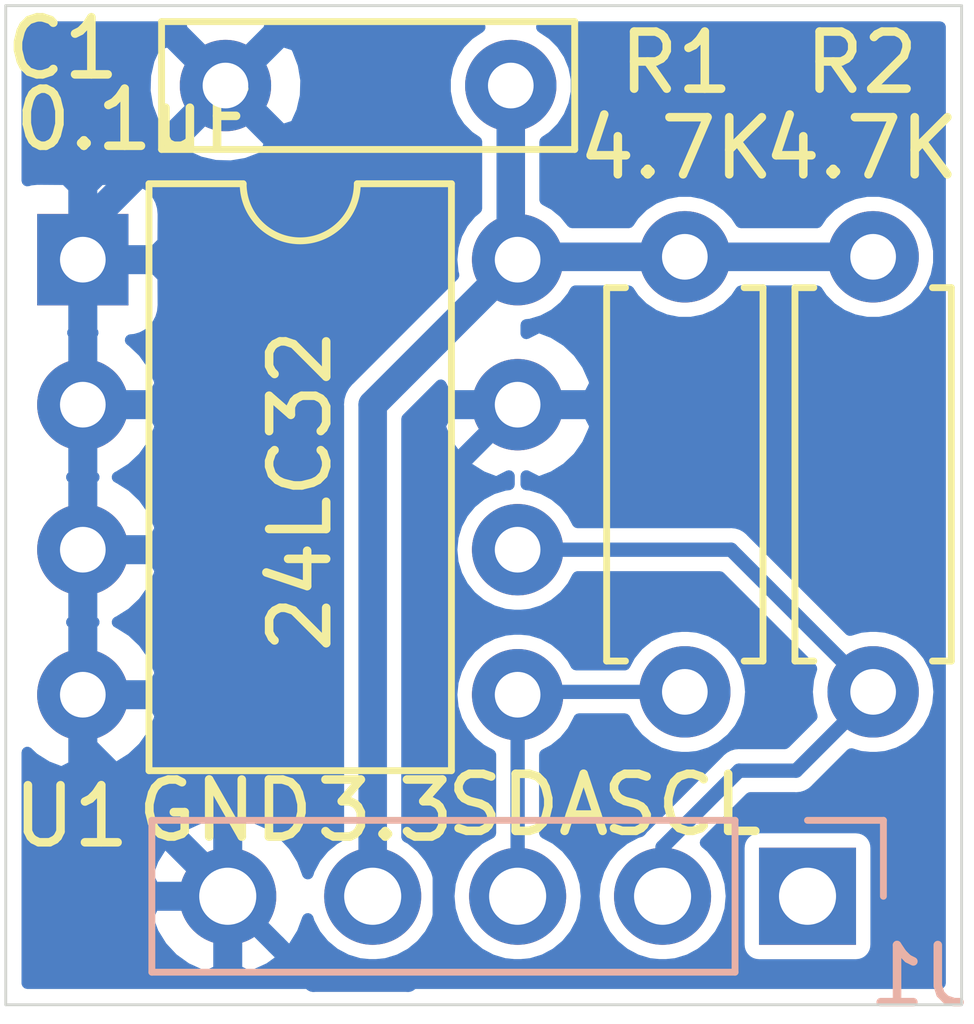
<source format=kicad_pcb>
(kicad_pcb (version 20171130) (host pcbnew "(5.1.4)-1")

  (general
    (thickness 1.6)
    (drawings 8)
    (tracks 37)
    (zones 0)
    (modules 5)
    (nets 6)
  )

  (page A4)
  (layers
    (0 F.Cu signal)
    (31 B.Cu signal)
    (32 B.Adhes user)
    (33 F.Adhes user)
    (34 B.Paste user)
    (35 F.Paste user)
    (36 B.SilkS user)
    (37 F.SilkS user)
    (38 B.Mask user)
    (39 F.Mask user)
    (40 Dwgs.User user)
    (41 Cmts.User user)
    (42 Eco1.User user)
    (43 Eco2.User user)
    (44 Edge.Cuts user)
    (45 Margin user)
    (46 B.CrtYd user)
    (47 F.CrtYd user)
    (48 B.Fab user)
    (49 F.Fab user)
  )

  (setup
    (last_trace_width 0.25)
    (trace_clearance 0.2)
    (zone_clearance 0.2508)
    (zone_45_only no)
    (trace_min 0.2)
    (via_size 0.8)
    (via_drill 0.4)
    (via_min_size 0.4)
    (via_min_drill 0.3)
    (uvia_size 0.3)
    (uvia_drill 0.1)
    (uvias_allowed no)
    (uvia_min_size 0.2)
    (uvia_min_drill 0.1)
    (edge_width 0.05)
    (segment_width 0.2)
    (pcb_text_width 0.3)
    (pcb_text_size 1.5 1.5)
    (mod_edge_width 0.12)
    (mod_text_size 1 1)
    (mod_text_width 0.15)
    (pad_size 1.524 1.524)
    (pad_drill 0.762)
    (pad_to_mask_clearance 0.051)
    (solder_mask_min_width 0.25)
    (aux_axis_origin 0 0)
    (visible_elements 7FFFFFFF)
    (pcbplotparams
      (layerselection 0x010fc_ffffffff)
      (usegerberextensions false)
      (usegerberattributes false)
      (usegerberadvancedattributes false)
      (creategerberjobfile false)
      (excludeedgelayer true)
      (linewidth 0.100000)
      (plotframeref false)
      (viasonmask false)
      (mode 1)
      (useauxorigin false)
      (hpglpennumber 1)
      (hpglpenspeed 20)
      (hpglpendiameter 15.000000)
      (psnegative false)
      (psa4output false)
      (plotreference true)
      (plotvalue true)
      (plotinvisibletext false)
      (padsonsilk false)
      (subtractmaskfromsilk false)
      (outputformat 1)
      (mirror false)
      (drillshape 0)
      (scaleselection 1)
      (outputdirectory "gerber"))
  )

  (net 0 "")
  (net 1 GND)
  (net 2 +3V3)
  (net 3 "Net-(J1-Pad1)")
  (net 4 /SDA)
  (net 5 /SCL)

  (net_class Default "This is the default net class."
    (clearance 0.2)
    (trace_width 0.25)
    (via_dia 0.8)
    (via_drill 0.4)
    (uvia_dia 0.3)
    (uvia_drill 0.1)
    (add_net /SCL)
    (add_net /SDA)
    (add_net "Net-(J1-Pad1)")
  )

  (net_class 3.3v ""
    (clearance 0.2)
    (trace_width 0.5)
    (via_dia 0.8)
    (via_drill 0.4)
    (uvia_dia 0.3)
    (uvia_drill 0.1)
    (add_net +3V3)
    (add_net GND)
  )

  (module Capacitor_THT:C_Rect_L7.0mm_W2.0mm_P5.00mm (layer F.Cu) (tedit 5AE50EF0) (tstamp 5D92AB69)
    (at 159.1 81.9 180)
    (descr "C, Rect series, Radial, pin pitch=5.00mm, , length*width=7*2mm^2, Capacitor")
    (tags "C Rect series Radial pin pitch 5.00mm  length 7mm width 2mm Capacitor")
    (path /5D92FD0A)
    (fp_text reference C1 (at 7.85 0.65) (layer F.SilkS)
      (effects (font (size 1 1) (thickness 0.15)))
    )
    (fp_text value 0.1uF (at 6.6 -0.6) (layer F.SilkS)
      (effects (font (size 1 1) (thickness 0.15)))
    )
    (fp_text user %R (at 2.5 0) (layer F.Fab)
      (effects (font (size 1 1) (thickness 0.15)))
    )
    (fp_line (start 6.25 -1.25) (end -1.25 -1.25) (layer F.CrtYd) (width 0.05))
    (fp_line (start 6.25 1.25) (end 6.25 -1.25) (layer F.CrtYd) (width 0.05))
    (fp_line (start -1.25 1.25) (end 6.25 1.25) (layer F.CrtYd) (width 0.05))
    (fp_line (start -1.25 -1.25) (end -1.25 1.25) (layer F.CrtYd) (width 0.05))
    (fp_line (start 6.12 -1.12) (end 6.12 1.12) (layer F.SilkS) (width 0.12))
    (fp_line (start -1.12 -1.12) (end -1.12 1.12) (layer F.SilkS) (width 0.12))
    (fp_line (start -1.12 1.12) (end 6.12 1.12) (layer F.SilkS) (width 0.12))
    (fp_line (start -1.12 -1.12) (end 6.12 -1.12) (layer F.SilkS) (width 0.12))
    (fp_line (start 6 -1) (end -1 -1) (layer F.Fab) (width 0.1))
    (fp_line (start 6 1) (end 6 -1) (layer F.Fab) (width 0.1))
    (fp_line (start -1 1) (end 6 1) (layer F.Fab) (width 0.1))
    (fp_line (start -1 -1) (end -1 1) (layer F.Fab) (width 0.1))
    (pad 2 thru_hole circle (at 5 0 180) (size 1.6 1.6) (drill 0.8) (layers *.Cu *.Mask)
      (net 1 GND))
    (pad 1 thru_hole circle (at 0 0 180) (size 1.6 1.6) (drill 0.8) (layers *.Cu *.Mask)
      (net 2 +3V3))
    (model ${KISYS3DMOD}/Capacitor_THT.3dshapes/C_Rect_L7.0mm_W2.0mm_P5.00mm.wrl
      (at (xyz 0 0 0))
      (scale (xyz 1 1 1))
      (rotate (xyz 0 0 0))
    )
  )

  (module Package_DIP:DIP-8_W7.62mm (layer F.Cu) (tedit 5A02E8C5) (tstamp 5D92A858)
    (at 151.6 84.95)
    (descr "8-lead though-hole mounted DIP package, row spacing 7.62 mm (300 mils)")
    (tags "THT DIP DIL PDIP 2.54mm 7.62mm 300mil")
    (path /5D9250AB)
    (fp_text reference U1 (at -0.2 9.75) (layer F.SilkS)
      (effects (font (size 1 1) (thickness 0.15)))
    )
    (fp_text value 24LC32 (at 3.81 4.05 90) (layer F.SilkS)
      (effects (font (size 1 1) (thickness 0.15)))
    )
    (fp_text user %R (at 3.81 3.81) (layer F.Fab)
      (effects (font (size 1 1) (thickness 0.15)))
    )
    (fp_line (start 8.7 -1.55) (end -1.1 -1.55) (layer F.CrtYd) (width 0.05))
    (fp_line (start 8.7 9.15) (end 8.7 -1.55) (layer F.CrtYd) (width 0.05))
    (fp_line (start -1.1 9.15) (end 8.7 9.15) (layer F.CrtYd) (width 0.05))
    (fp_line (start -1.1 -1.55) (end -1.1 9.15) (layer F.CrtYd) (width 0.05))
    (fp_line (start 6.46 -1.33) (end 4.81 -1.33) (layer F.SilkS) (width 0.12))
    (fp_line (start 6.46 8.95) (end 6.46 -1.33) (layer F.SilkS) (width 0.12))
    (fp_line (start 1.16 8.95) (end 6.46 8.95) (layer F.SilkS) (width 0.12))
    (fp_line (start 1.16 -1.33) (end 1.16 8.95) (layer F.SilkS) (width 0.12))
    (fp_line (start 2.81 -1.33) (end 1.16 -1.33) (layer F.SilkS) (width 0.12))
    (fp_line (start 0.635 -0.27) (end 1.635 -1.27) (layer F.Fab) (width 0.1))
    (fp_line (start 0.635 8.89) (end 0.635 -0.27) (layer F.Fab) (width 0.1))
    (fp_line (start 6.985 8.89) (end 0.635 8.89) (layer F.Fab) (width 0.1))
    (fp_line (start 6.985 -1.27) (end 6.985 8.89) (layer F.Fab) (width 0.1))
    (fp_line (start 1.635 -1.27) (end 6.985 -1.27) (layer F.Fab) (width 0.1))
    (fp_arc (start 3.81 -1.33) (end 2.81 -1.33) (angle -180) (layer F.SilkS) (width 0.12))
    (pad 8 thru_hole oval (at 7.62 0) (size 1.6 1.6) (drill 0.8) (layers *.Cu *.Mask)
      (net 2 +3V3))
    (pad 4 thru_hole oval (at 0 7.62) (size 1.6 1.6) (drill 0.8) (layers *.Cu *.Mask)
      (net 1 GND))
    (pad 7 thru_hole oval (at 7.62 2.54) (size 1.6 1.6) (drill 0.8) (layers *.Cu *.Mask)
      (net 1 GND))
    (pad 3 thru_hole oval (at 0 5.08) (size 1.6 1.6) (drill 0.8) (layers *.Cu *.Mask)
      (net 1 GND))
    (pad 6 thru_hole oval (at 7.62 5.08) (size 1.6 1.6) (drill 0.8) (layers *.Cu *.Mask)
      (net 5 /SCL))
    (pad 2 thru_hole oval (at 0 2.54) (size 1.6 1.6) (drill 0.8) (layers *.Cu *.Mask)
      (net 1 GND))
    (pad 5 thru_hole oval (at 7.62 7.62) (size 1.6 1.6) (drill 0.8) (layers *.Cu *.Mask)
      (net 4 /SDA))
    (pad 1 thru_hole rect (at 0 0) (size 1.6 1.6) (drill 0.8) (layers *.Cu *.Mask)
      (net 1 GND))
    (model ${KISYS3DMOD}/Package_DIP.3dshapes/DIP-8_W7.62mm.wrl
      (at (xyz 0 0 0))
      (scale (xyz 1 1 1))
      (rotate (xyz 0 0 0))
    )
  )

  (module Resistor_THT:R_Axial_DIN0207_L6.3mm_D2.5mm_P7.62mm_Horizontal (layer F.Cu) (tedit 5AE5139B) (tstamp 5D92A83C)
    (at 165.45 84.9 270)
    (descr "Resistor, Axial_DIN0207 series, Axial, Horizontal, pin pitch=7.62mm, 0.25W = 1/4W, length*diameter=6.3*2.5mm^2, http://cdn-reichelt.de/documents/datenblatt/B400/1_4W%23YAG.pdf")
    (tags "Resistor Axial_DIN0207 series Axial Horizontal pin pitch 7.62mm 0.25W = 1/4W length 6.3mm diameter 2.5mm")
    (path /5D926554)
    (fp_text reference R2 (at -3.4 0.2 180) (layer F.SilkS)
      (effects (font (size 1 1) (thickness 0.15)))
    )
    (fp_text value 4.7K (at -1.9 0.2 180) (layer F.SilkS)
      (effects (font (size 1 1) (thickness 0.15)))
    )
    (fp_text user %R (at 3.81 0 90) (layer F.Fab)
      (effects (font (size 1 1) (thickness 0.15)))
    )
    (fp_line (start 8.67 -1.5) (end -1.05 -1.5) (layer F.CrtYd) (width 0.05))
    (fp_line (start 8.67 1.5) (end 8.67 -1.5) (layer F.CrtYd) (width 0.05))
    (fp_line (start -1.05 1.5) (end 8.67 1.5) (layer F.CrtYd) (width 0.05))
    (fp_line (start -1.05 -1.5) (end -1.05 1.5) (layer F.CrtYd) (width 0.05))
    (fp_line (start 7.08 1.37) (end 7.08 1.04) (layer F.SilkS) (width 0.12))
    (fp_line (start 0.54 1.37) (end 7.08 1.37) (layer F.SilkS) (width 0.12))
    (fp_line (start 0.54 1.04) (end 0.54 1.37) (layer F.SilkS) (width 0.12))
    (fp_line (start 7.08 -1.37) (end 7.08 -1.04) (layer F.SilkS) (width 0.12))
    (fp_line (start 0.54 -1.37) (end 7.08 -1.37) (layer F.SilkS) (width 0.12))
    (fp_line (start 0.54 -1.04) (end 0.54 -1.37) (layer F.SilkS) (width 0.12))
    (fp_line (start 7.62 0) (end 6.96 0) (layer F.Fab) (width 0.1))
    (fp_line (start 0 0) (end 0.66 0) (layer F.Fab) (width 0.1))
    (fp_line (start 6.96 -1.25) (end 0.66 -1.25) (layer F.Fab) (width 0.1))
    (fp_line (start 6.96 1.25) (end 6.96 -1.25) (layer F.Fab) (width 0.1))
    (fp_line (start 0.66 1.25) (end 6.96 1.25) (layer F.Fab) (width 0.1))
    (fp_line (start 0.66 -1.25) (end 0.66 1.25) (layer F.Fab) (width 0.1))
    (pad 2 thru_hole oval (at 7.62 0 270) (size 1.6 1.6) (drill 0.8) (layers *.Cu *.Mask)
      (net 5 /SCL))
    (pad 1 thru_hole circle (at 0 0 270) (size 1.6 1.6) (drill 0.8) (layers *.Cu *.Mask)
      (net 2 +3V3))
    (model ${KISYS3DMOD}/Resistor_THT.3dshapes/R_Axial_DIN0207_L6.3mm_D2.5mm_P7.62mm_Horizontal.wrl
      (at (xyz 0 0 0))
      (scale (xyz 1 1 1))
      (rotate (xyz 0 0 0))
    )
  )

  (module Resistor_THT:R_Axial_DIN0207_L6.3mm_D2.5mm_P7.62mm_Horizontal (layer F.Cu) (tedit 5AE5139B) (tstamp 5D92A825)
    (at 162.15 84.9 270)
    (descr "Resistor, Axial_DIN0207 series, Axial, Horizontal, pin pitch=7.62mm, 0.25W = 1/4W, length*diameter=6.3*2.5mm^2, http://cdn-reichelt.de/documents/datenblatt/B400/1_4W%23YAG.pdf")
    (tags "Resistor Axial_DIN0207 series Axial Horizontal pin pitch 7.62mm 0.25W = 1/4W length 6.3mm diameter 2.5mm")
    (path /5D926B92)
    (fp_text reference R1 (at -3.4 0.15 180) (layer F.SilkS)
      (effects (font (size 1 1) (thickness 0.15)))
    )
    (fp_text value 4.7K (at -1.9 0.15 180) (layer F.SilkS)
      (effects (font (size 1 1) (thickness 0.15)))
    )
    (fp_text user %R (at 3.81 0 90) (layer F.Fab)
      (effects (font (size 1 1) (thickness 0.15)))
    )
    (fp_line (start 8.67 -1.5) (end -1.05 -1.5) (layer F.CrtYd) (width 0.05))
    (fp_line (start 8.67 1.5) (end 8.67 -1.5) (layer F.CrtYd) (width 0.05))
    (fp_line (start -1.05 1.5) (end 8.67 1.5) (layer F.CrtYd) (width 0.05))
    (fp_line (start -1.05 -1.5) (end -1.05 1.5) (layer F.CrtYd) (width 0.05))
    (fp_line (start 7.08 1.37) (end 7.08 1.04) (layer F.SilkS) (width 0.12))
    (fp_line (start 0.54 1.37) (end 7.08 1.37) (layer F.SilkS) (width 0.12))
    (fp_line (start 0.54 1.04) (end 0.54 1.37) (layer F.SilkS) (width 0.12))
    (fp_line (start 7.08 -1.37) (end 7.08 -1.04) (layer F.SilkS) (width 0.12))
    (fp_line (start 0.54 -1.37) (end 7.08 -1.37) (layer F.SilkS) (width 0.12))
    (fp_line (start 0.54 -1.04) (end 0.54 -1.37) (layer F.SilkS) (width 0.12))
    (fp_line (start 7.62 0) (end 6.96 0) (layer F.Fab) (width 0.1))
    (fp_line (start 0 0) (end 0.66 0) (layer F.Fab) (width 0.1))
    (fp_line (start 6.96 -1.25) (end 0.66 -1.25) (layer F.Fab) (width 0.1))
    (fp_line (start 6.96 1.25) (end 6.96 -1.25) (layer F.Fab) (width 0.1))
    (fp_line (start 0.66 1.25) (end 6.96 1.25) (layer F.Fab) (width 0.1))
    (fp_line (start 0.66 -1.25) (end 0.66 1.25) (layer F.Fab) (width 0.1))
    (pad 2 thru_hole oval (at 7.62 0 270) (size 1.6 1.6) (drill 0.8) (layers *.Cu *.Mask)
      (net 4 /SDA))
    (pad 1 thru_hole circle (at 0 0 270) (size 1.6 1.6) (drill 0.8) (layers *.Cu *.Mask)
      (net 2 +3V3))
    (model ${KISYS3DMOD}/Resistor_THT.3dshapes/R_Axial_DIN0207_L6.3mm_D2.5mm_P7.62mm_Horizontal.wrl
      (at (xyz 0 0 0))
      (scale (xyz 1 1 1))
      (rotate (xyz 0 0 0))
    )
  )

  (module Connector_PinSocket_2.54mm:PinSocket_1x05_P2.54mm_Vertical (layer B.Cu) (tedit 5A19A420) (tstamp 5D92A80E)
    (at 164.3 96.1 90)
    (descr "Through hole straight socket strip, 1x05, 2.54mm pitch, single row (from Kicad 4.0.7), script generated")
    (tags "Through hole socket strip THT 1x05 2.54mm single row")
    (path /5D925A1B)
    (fp_text reference J1 (at -1.4 1.95 -180) (layer B.SilkS)
      (effects (font (size 1 1) (thickness 0.15)) (justify mirror))
    )
    (fp_text value Connector (at 2.9 -7.3 -180) (layer B.Fab)
      (effects (font (size 1 1) (thickness 0.15)) (justify mirror))
    )
    (fp_text user %R (at 0 -5.08) (layer B.Fab)
      (effects (font (size 1 1) (thickness 0.15)) (justify mirror))
    )
    (fp_line (start -1.8 -11.9) (end -1.8 1.8) (layer B.CrtYd) (width 0.05))
    (fp_line (start 1.75 -11.9) (end -1.8 -11.9) (layer B.CrtYd) (width 0.05))
    (fp_line (start 1.75 1.8) (end 1.75 -11.9) (layer B.CrtYd) (width 0.05))
    (fp_line (start -1.8 1.8) (end 1.75 1.8) (layer B.CrtYd) (width 0.05))
    (fp_line (start 0 1.33) (end 1.33 1.33) (layer B.SilkS) (width 0.12))
    (fp_line (start 1.33 1.33) (end 1.33 0) (layer B.SilkS) (width 0.12))
    (fp_line (start 1.33 -1.27) (end 1.33 -11.49) (layer B.SilkS) (width 0.12))
    (fp_line (start -1.33 -11.49) (end 1.33 -11.49) (layer B.SilkS) (width 0.12))
    (fp_line (start -1.33 -1.27) (end -1.33 -11.49) (layer B.SilkS) (width 0.12))
    (fp_line (start -1.33 -1.27) (end 1.33 -1.27) (layer B.SilkS) (width 0.12))
    (fp_line (start -1.27 -11.43) (end -1.27 1.27) (layer B.Fab) (width 0.1))
    (fp_line (start 1.27 -11.43) (end -1.27 -11.43) (layer B.Fab) (width 0.1))
    (fp_line (start 1.27 0.635) (end 1.27 -11.43) (layer B.Fab) (width 0.1))
    (fp_line (start 0.635 1.27) (end 1.27 0.635) (layer B.Fab) (width 0.1))
    (fp_line (start -1.27 1.27) (end 0.635 1.27) (layer B.Fab) (width 0.1))
    (pad 5 thru_hole oval (at 0 -10.16 90) (size 1.7 1.7) (drill 1) (layers *.Cu *.Mask)
      (net 1 GND))
    (pad 4 thru_hole oval (at 0 -7.62 90) (size 1.7 1.7) (drill 1) (layers *.Cu *.Mask)
      (net 2 +3V3))
    (pad 3 thru_hole oval (at 0 -5.08 90) (size 1.7 1.7) (drill 1) (layers *.Cu *.Mask)
      (net 4 /SDA))
    (pad 2 thru_hole oval (at 0 -2.54 90) (size 1.7 1.7) (drill 1) (layers *.Cu *.Mask)
      (net 5 /SCL))
    (pad 1 thru_hole rect (at 0 0 90) (size 1.7 1.7) (drill 1) (layers *.Cu *.Mask)
      (net 3 "Net-(J1-Pad1)"))
    (model ${KISYS3DMOD}/Connector_PinSocket_2.54mm.3dshapes/PinSocket_1x05_P2.54mm_Vertical.wrl
      (at (xyz 0 0 0))
      (scale (xyz 1 1 1))
      (rotate (xyz 0 0 0))
    )
  )

  (gr_text SCL (at 162.1 94.5) (layer F.SilkS)
    (effects (font (size 1 1) (thickness 0.15)))
  )
  (gr_text SDA (at 159.4 94.5) (layer F.SilkS)
    (effects (font (size 1 1) (thickness 0.15)))
  )
  (gr_text 3.3 (at 156.9 94.6) (layer F.SilkS)
    (effects (font (size 1 1) (thickness 0.15)))
  )
  (gr_text GND (at 154.1 94.6) (layer F.SilkS)
    (effects (font (size 1 1) (thickness 0.15)))
  )
  (gr_line (start 167 80.5) (end 167 98) (layer Edge.Cuts) (width 0.05) (tstamp 5D92AE25))
  (gr_line (start 150.25 80.5) (end 167 80.5) (layer Edge.Cuts) (width 0.05))
  (gr_line (start 150.25 98) (end 150.25 80.5) (layer Edge.Cuts) (width 0.05))
  (gr_line (start 167 98) (end 150.25 98) (layer Edge.Cuts) (width 0.05))

  (segment (start 159.22 87.49) (end 159.11 87.49) (width 0.35) (layer F.Cu) (net 1))
  (segment (start 154.989999 96.949999) (end 154.14 96.1) (width 0.35) (layer B.Cu) (net 1))
  (segment (start 159.22 87.49) (end 159.21 87.49) (width 0.35) (layer B.Cu) (net 1))
  (segment (start 157.905001 88.794999) (end 157.905001 96.994999) (width 0.35) (layer B.Cu) (net 1))
  (segment (start 159.21 87.49) (end 157.905001 88.794999) (width 0.35) (layer B.Cu) (net 1))
  (segment (start 157.905001 96.994999) (end 157.3 97.6) (width 0.35) (layer B.Cu) (net 1))
  (segment (start 157.3 97.6) (end 155.64 97.6) (width 0.35) (layer B.Cu) (net 1))
  (segment (start 155.64 97.6) (end 154.989999 96.949999) (width 0.35) (layer B.Cu) (net 1))
  (segment (start 151.6 84.95) (end 151.6 92.57) (width 0.5) (layer B.Cu) (net 1))
  (segment (start 151.6 93.5) (end 151.6 92.57) (width 0.5) (layer B.Cu) (net 1))
  (segment (start 154.14 96.1) (end 154.14 96.04) (width 0.5) (layer B.Cu) (net 1))
  (segment (start 154.14 96.04) (end 151.6 93.5) (width 0.5) (layer B.Cu) (net 1))
  (segment (start 151.6 84.4) (end 151.6 84.95) (width 0.5) (layer B.Cu) (net 1))
  (segment (start 154.1 81.9) (end 151.6 84.4) (width 0.5) (layer B.Cu) (net 1))
  (segment (start 159.22 82.02) (end 159.1 81.9) (width 0.35) (layer F.Cu) (net 2))
  (segment (start 162.1 84.95) (end 162.15 84.9) (width 0.35) (layer F.Cu) (net 2))
  (segment (start 159.22 82.02) (end 159.1 81.9) (width 0.35) (layer B.Cu) (net 2))
  (segment (start 162.1 84.95) (end 162.15 84.9) (width 0.35) (layer B.Cu) (net 2))
  (segment (start 159.1 84.83) (end 159.22 84.95) (width 0.5) (layer B.Cu) (net 2))
  (segment (start 159.1 81.9) (end 159.1 84.83) (width 0.5) (layer B.Cu) (net 2))
  (segment (start 159.27 84.9) (end 159.22 84.95) (width 0.5) (layer B.Cu) (net 2))
  (segment (start 165.45 84.9) (end 159.27 84.9) (width 0.5) (layer B.Cu) (net 2))
  (segment (start 156.68 87.49) (end 156.68 96.1) (width 0.5) (layer B.Cu) (net 2))
  (segment (start 159.22 84.95) (end 156.68 87.49) (width 0.5) (layer B.Cu) (net 2))
  (segment (start 162.1 92.57) (end 162.15 92.52) (width 0.25) (layer F.Cu) (net 4))
  (segment (start 159.27 92.52) (end 159.22 92.57) (width 0.25) (layer B.Cu) (net 4))
  (segment (start 162.15 92.52) (end 159.27 92.52) (width 0.25) (layer B.Cu) (net 4))
  (segment (start 159.22 92.57) (end 159.22 96.1) (width 0.25) (layer B.Cu) (net 4))
  (segment (start 165.45 93.16) (end 165.45 92.52) (width 0.25) (layer F.Cu) (net 5))
  (segment (start 165.09 92.52) (end 165.45 92.52) (width 0.25) (layer F.Cu) (net 5))
  (segment (start 162.96 90.03) (end 165.45 92.52) (width 0.25) (layer B.Cu) (net 5))
  (segment (start 159.22 90.03) (end 162.96 90.03) (width 0.25) (layer B.Cu) (net 5))
  (segment (start 161.76 95.24) (end 161.76 96.1) (width 0.25) (layer B.Cu) (net 5))
  (segment (start 163.1 93.9) (end 161.76 95.24) (width 0.25) (layer B.Cu) (net 5))
  (segment (start 164.1 93.9) (end 163.1 93.9) (width 0.25) (layer B.Cu) (net 5))
  (segment (start 165.45 92.52) (end 165.45 92.55) (width 0.25) (layer B.Cu) (net 5))
  (segment (start 165.45 92.55) (end 164.1 93.9) (width 0.25) (layer B.Cu) (net 5))

  (zone (net 1) (net_name GND) (layer B.Cu) (tstamp 5D969024) (hatch edge 0.508)
    (connect_pads (clearance 0.2508))
    (min_thickness 0.204)
    (fill yes (arc_segments 32) (thermal_gap 0.508) (thermal_bridge_width 0.508))
    (polygon
      (pts
        (xy 150.25 80.5) (xy 167 80.5) (xy 167 98) (xy 150.25 98)
      )
    )
    (filled_polygon
      (pts
        (xy 153.319954 80.904993) (xy 154.1 81.68504) (xy 154.880046 80.904993) (xy 154.871324 80.8778) (xy 158.555397 80.8778)
        (xy 158.553944 80.878402) (xy 158.365133 81.004562) (xy 158.204562 81.165133) (xy 158.078402 81.353944) (xy 157.991501 81.563741)
        (xy 157.9472 81.786459) (xy 157.9472 82.013541) (xy 157.991501 82.236259) (xy 158.078402 82.446056) (xy 158.204562 82.634867)
        (xy 158.365133 82.795438) (xy 158.4972 82.883683) (xy 158.497201 84.051875) (xy 158.400904 84.130904) (xy 158.256845 84.30644)
        (xy 158.149799 84.506708) (xy 158.083881 84.724012) (xy 158.061623 84.95) (xy 158.083881 85.175988) (xy 158.097297 85.220215)
        (xy 156.274697 87.042816) (xy 156.251694 87.061694) (xy 156.176366 87.153483) (xy 156.124006 87.25144) (xy 156.120392 87.258202)
        (xy 156.085923 87.371832) (xy 156.074284 87.49) (xy 156.0772 87.519606) (xy 156.077201 95.058363) (xy 156.008527 95.09507)
        (xy 155.825377 95.245377) (xy 155.67507 95.428527) (xy 155.563382 95.637482) (xy 155.543283 95.703738) (xy 155.449712 95.454808)
        (xy 155.298676 95.211693) (xy 155.103112 95.002715) (xy 154.870536 94.835905) (xy 154.609886 94.717674) (xy 154.517282 94.689589)
        (xy 154.292 94.801365) (xy 154.292 95.948) (xy 154.312 95.948) (xy 154.312 96.252) (xy 154.292 96.252)
        (xy 154.292 97.398635) (xy 154.517282 97.510411) (xy 154.609886 97.482326) (xy 154.870536 97.364095) (xy 155.103112 97.197285)
        (xy 155.298676 96.988307) (xy 155.449712 96.745192) (xy 155.543283 96.496262) (xy 155.563382 96.562518) (xy 155.67507 96.771473)
        (xy 155.825377 96.954623) (xy 156.008527 97.10493) (xy 156.217482 97.216618) (xy 156.44421 97.285396) (xy 156.620918 97.3028)
        (xy 156.739082 97.3028) (xy 156.91579 97.285396) (xy 157.142518 97.216618) (xy 157.351473 97.10493) (xy 157.534623 96.954623)
        (xy 157.68493 96.771473) (xy 157.796618 96.562518) (xy 157.865396 96.33579) (xy 157.888619 96.1) (xy 158.011381 96.1)
        (xy 158.034604 96.33579) (xy 158.103382 96.562518) (xy 158.21507 96.771473) (xy 158.365377 96.954623) (xy 158.548527 97.10493)
        (xy 158.757482 97.216618) (xy 158.98421 97.285396) (xy 159.160918 97.3028) (xy 159.279082 97.3028) (xy 159.45579 97.285396)
        (xy 159.682518 97.216618) (xy 159.891473 97.10493) (xy 160.074623 96.954623) (xy 160.22493 96.771473) (xy 160.336618 96.562518)
        (xy 160.405396 96.33579) (xy 160.428619 96.1) (xy 160.405396 95.86421) (xy 160.336618 95.637482) (xy 160.22493 95.428527)
        (xy 160.074623 95.245377) (xy 159.891473 95.09507) (xy 159.6978 94.99155) (xy 159.6978 93.621756) (xy 159.86356 93.533155)
        (xy 160.039096 93.389096) (xy 160.183155 93.21356) (xy 160.290201 93.013292) (xy 160.2949 92.9978) (xy 161.098244 92.9978)
        (xy 161.186845 93.16356) (xy 161.330904 93.339096) (xy 161.50644 93.483155) (xy 161.706708 93.590201) (xy 161.924012 93.656119)
        (xy 162.093376 93.6728) (xy 162.206624 93.6728) (xy 162.375988 93.656119) (xy 162.593292 93.590201) (xy 162.79356 93.483155)
        (xy 162.969096 93.339096) (xy 163.113155 93.16356) (xy 163.220201 92.963292) (xy 163.286119 92.745988) (xy 163.308377 92.52)
        (xy 163.286119 92.294012) (xy 163.220201 92.076708) (xy 163.113155 91.87644) (xy 162.969096 91.700904) (xy 162.79356 91.556845)
        (xy 162.593292 91.449799) (xy 162.375988 91.383881) (xy 162.206624 91.3672) (xy 162.093376 91.3672) (xy 161.924012 91.383881)
        (xy 161.706708 91.449799) (xy 161.50644 91.556845) (xy 161.330904 91.700904) (xy 161.186845 91.87644) (xy 161.098244 92.0422)
        (xy 160.24503 92.0422) (xy 160.183155 91.92644) (xy 160.039096 91.750904) (xy 159.86356 91.606845) (xy 159.663292 91.499799)
        (xy 159.445988 91.433881) (xy 159.276624 91.4172) (xy 159.163376 91.4172) (xy 158.994012 91.433881) (xy 158.776708 91.499799)
        (xy 158.57644 91.606845) (xy 158.400904 91.750904) (xy 158.256845 91.92644) (xy 158.149799 92.126708) (xy 158.083881 92.344012)
        (xy 158.061623 92.57) (xy 158.083881 92.795988) (xy 158.149799 93.013292) (xy 158.256845 93.21356) (xy 158.400904 93.389096)
        (xy 158.57644 93.533155) (xy 158.7422 93.621756) (xy 158.742201 94.99155) (xy 158.548527 95.09507) (xy 158.365377 95.245377)
        (xy 158.21507 95.428527) (xy 158.103382 95.637482) (xy 158.034604 95.86421) (xy 158.011381 96.1) (xy 157.888619 96.1)
        (xy 157.865396 95.86421) (xy 157.796618 95.637482) (xy 157.68493 95.428527) (xy 157.534623 95.245377) (xy 157.351473 95.09507)
        (xy 157.2828 95.058364) (xy 157.2828 87.859416) (xy 157.859253 87.859416) (xy 157.883339 87.938836) (xy 157.996586 88.190981)
        (xy 158.156848 88.416188) (xy 158.357966 88.605802) (xy 158.592212 88.752537) (xy 158.850583 88.850753) (xy 159.067998 88.73929)
        (xy 159.067998 88.886594) (xy 158.994012 88.893881) (xy 158.776708 88.959799) (xy 158.57644 89.066845) (xy 158.400904 89.210904)
        (xy 158.256845 89.38644) (xy 158.149799 89.586708) (xy 158.083881 89.804012) (xy 158.061623 90.03) (xy 158.083881 90.255988)
        (xy 158.149799 90.473292) (xy 158.256845 90.67356) (xy 158.400904 90.849096) (xy 158.57644 90.993155) (xy 158.776708 91.100201)
        (xy 158.994012 91.166119) (xy 159.163376 91.1828) (xy 159.276624 91.1828) (xy 159.445988 91.166119) (xy 159.663292 91.100201)
        (xy 159.86356 90.993155) (xy 160.039096 90.849096) (xy 160.183155 90.67356) (xy 160.271756 90.5078) (xy 162.762089 90.5078)
        (xy 164.368441 92.114152) (xy 164.313881 92.294012) (xy 164.291623 92.52) (xy 164.313881 92.745988) (xy 164.375423 92.948866)
        (xy 163.902089 93.4222) (xy 163.123461 93.4222) (xy 163.099999 93.419889) (xy 163.076537 93.4222) (xy 163.076536 93.4222)
        (xy 163.006335 93.429114) (xy 162.916269 93.456435) (xy 162.833265 93.500802) (xy 162.76051 93.56051) (xy 162.745554 93.578734)
        (xy 161.438739 94.88555) (xy 161.42051 94.90051) (xy 161.370736 94.96116) (xy 161.297482 94.983382) (xy 161.088527 95.09507)
        (xy 160.905377 95.245377) (xy 160.75507 95.428527) (xy 160.643382 95.637482) (xy 160.574604 95.86421) (xy 160.551381 96.1)
        (xy 160.574604 96.33579) (xy 160.643382 96.562518) (xy 160.75507 96.771473) (xy 160.905377 96.954623) (xy 161.088527 97.10493)
        (xy 161.297482 97.216618) (xy 161.52421 97.285396) (xy 161.700918 97.3028) (xy 161.819082 97.3028) (xy 161.99579 97.285396)
        (xy 162.222518 97.216618) (xy 162.431473 97.10493) (xy 162.614623 96.954623) (xy 162.76493 96.771473) (xy 162.876618 96.562518)
        (xy 162.945396 96.33579) (xy 162.968619 96.1) (xy 162.945396 95.86421) (xy 162.876618 95.637482) (xy 162.76493 95.428527)
        (xy 162.618417 95.25) (xy 163.095493 95.25) (xy 163.095493 96.95) (xy 163.102305 97.019161) (xy 163.122478 97.085664)
        (xy 163.155238 97.146954) (xy 163.199326 97.200674) (xy 163.253046 97.244762) (xy 163.314336 97.277522) (xy 163.380839 97.297695)
        (xy 163.45 97.304507) (xy 165.15 97.304507) (xy 165.219161 97.297695) (xy 165.285664 97.277522) (xy 165.346954 97.244762)
        (xy 165.400674 97.200674) (xy 165.444762 97.146954) (xy 165.477522 97.085664) (xy 165.497695 97.019161) (xy 165.504507 96.95)
        (xy 165.504507 95.25) (xy 165.497695 95.180839) (xy 165.477522 95.114336) (xy 165.444762 95.053046) (xy 165.400674 94.999326)
        (xy 165.346954 94.955238) (xy 165.285664 94.922478) (xy 165.219161 94.902305) (xy 165.15 94.895493) (xy 163.45 94.895493)
        (xy 163.380839 94.902305) (xy 163.314336 94.922478) (xy 163.253046 94.955238) (xy 163.199326 94.999326) (xy 163.155238 95.053046)
        (xy 163.122478 95.114336) (xy 163.102305 95.180839) (xy 163.095493 95.25) (xy 162.618417 95.25) (xy 162.614623 95.245377)
        (xy 162.513403 95.162308) (xy 163.297912 94.3778) (xy 164.076538 94.3778) (xy 164.1 94.380111) (xy 164.123462 94.3778)
        (xy 164.123464 94.3778) (xy 164.193665 94.370886) (xy 164.283731 94.343565) (xy 164.366735 94.299198) (xy 164.43949 94.23949)
        (xy 164.45445 94.221261) (xy 165.067169 93.608542) (xy 165.224012 93.656119) (xy 165.393376 93.6728) (xy 165.506624 93.6728)
        (xy 165.675988 93.656119) (xy 165.893292 93.590201) (xy 166.09356 93.483155) (xy 166.269096 93.339096) (xy 166.413155 93.16356)
        (xy 166.520201 92.963292) (xy 166.586119 92.745988) (xy 166.608377 92.52) (xy 166.586119 92.294012) (xy 166.520201 92.076708)
        (xy 166.413155 91.87644) (xy 166.269096 91.700904) (xy 166.09356 91.556845) (xy 165.893292 91.449799) (xy 165.675988 91.383881)
        (xy 165.506624 91.3672) (xy 165.393376 91.3672) (xy 165.224012 91.383881) (xy 165.044152 91.438441) (xy 163.31445 89.708739)
        (xy 163.29949 89.69051) (xy 163.226735 89.630802) (xy 163.143731 89.586435) (xy 163.053665 89.559114) (xy 162.983464 89.5522)
        (xy 162.983462 89.5522) (xy 162.96 89.549889) (xy 162.936538 89.5522) (xy 160.271756 89.5522) (xy 160.183155 89.38644)
        (xy 160.039096 89.210904) (xy 159.86356 89.066845) (xy 159.663292 88.959799) (xy 159.445988 88.893881) (xy 159.372002 88.886594)
        (xy 159.372002 88.73929) (xy 159.589417 88.850753) (xy 159.847788 88.752537) (xy 160.082034 88.605802) (xy 160.283152 88.416188)
        (xy 160.443414 88.190981) (xy 160.556661 87.938836) (xy 160.580747 87.859416) (xy 160.46828 87.642) (xy 159.372 87.642)
        (xy 159.372 87.662) (xy 159.068 87.662) (xy 159.068 87.642) (xy 157.97172 87.642) (xy 157.859253 87.859416)
        (xy 157.2828 87.859416) (xy 157.2828 87.739687) (xy 157.873794 87.148694) (xy 157.97172 87.338) (xy 159.068 87.338)
        (xy 159.068 87.318) (xy 159.372 87.318) (xy 159.372 87.338) (xy 160.46828 87.338) (xy 160.580747 87.120584)
        (xy 160.556661 87.041164) (xy 160.443414 86.789019) (xy 160.283152 86.563812) (xy 160.082034 86.374198) (xy 159.847788 86.227463)
        (xy 159.589417 86.129247) (xy 159.372002 86.24071) (xy 159.372002 86.093406) (xy 159.445988 86.086119) (xy 159.663292 86.020201)
        (xy 159.86356 85.913155) (xy 160.039096 85.769096) (xy 160.183155 85.59356) (xy 160.231667 85.5028) (xy 161.166317 85.5028)
        (xy 161.254562 85.634867) (xy 161.415133 85.795438) (xy 161.603944 85.921598) (xy 161.813741 86.008499) (xy 162.036459 86.0528)
        (xy 162.263541 86.0528) (xy 162.486259 86.008499) (xy 162.696056 85.921598) (xy 162.884867 85.795438) (xy 163.045438 85.634867)
        (xy 163.133683 85.5028) (xy 164.466317 85.5028) (xy 164.554562 85.634867) (xy 164.715133 85.795438) (xy 164.903944 85.921598)
        (xy 165.113741 86.008499) (xy 165.336459 86.0528) (xy 165.563541 86.0528) (xy 165.786259 86.008499) (xy 165.996056 85.921598)
        (xy 166.184867 85.795438) (xy 166.345438 85.634867) (xy 166.471598 85.446056) (xy 166.558499 85.236259) (xy 166.6028 85.013541)
        (xy 166.6028 84.786459) (xy 166.558499 84.563741) (xy 166.471598 84.353944) (xy 166.345438 84.165133) (xy 166.184867 84.004562)
        (xy 165.996056 83.878402) (xy 165.786259 83.791501) (xy 165.563541 83.7472) (xy 165.336459 83.7472) (xy 165.113741 83.791501)
        (xy 164.903944 83.878402) (xy 164.715133 84.004562) (xy 164.554562 84.165133) (xy 164.466317 84.2972) (xy 163.133683 84.2972)
        (xy 163.045438 84.165133) (xy 162.884867 84.004562) (xy 162.696056 83.878402) (xy 162.486259 83.791501) (xy 162.263541 83.7472)
        (xy 162.036459 83.7472) (xy 161.813741 83.791501) (xy 161.603944 83.878402) (xy 161.415133 84.004562) (xy 161.254562 84.165133)
        (xy 161.166317 84.2972) (xy 160.175572 84.2972) (xy 160.039096 84.130904) (xy 159.86356 83.986845) (xy 159.7028 83.900917)
        (xy 159.7028 82.883683) (xy 159.834867 82.795438) (xy 159.995438 82.634867) (xy 160.121598 82.446056) (xy 160.208499 82.236259)
        (xy 160.2528 82.013541) (xy 160.2528 81.786459) (xy 160.208499 81.563741) (xy 160.121598 81.353944) (xy 159.995438 81.165133)
        (xy 159.834867 81.004562) (xy 159.646056 80.878402) (xy 159.644603 80.8778) (xy 166.6222 80.8778) (xy 166.622201 97.6222)
        (xy 150.6278 97.6222) (xy 150.6278 96.477283) (xy 152.729583 96.477283) (xy 152.830288 96.745192) (xy 152.981324 96.988307)
        (xy 153.176888 97.197285) (xy 153.409464 97.364095) (xy 153.670114 97.482326) (xy 153.762718 97.510411) (xy 153.988 97.398635)
        (xy 153.988 96.252) (xy 152.840428 96.252) (xy 152.729583 96.477283) (xy 150.6278 96.477283) (xy 150.6278 95.722717)
        (xy 152.729583 95.722717) (xy 152.840428 95.948) (xy 153.988 95.948) (xy 153.988 94.801365) (xy 153.762718 94.689589)
        (xy 153.670114 94.717674) (xy 153.409464 94.835905) (xy 153.176888 95.002715) (xy 152.981324 95.211693) (xy 152.830288 95.454808)
        (xy 152.729583 95.722717) (xy 150.6278 95.722717) (xy 150.6278 93.581938) (xy 150.737966 93.685802) (xy 150.972212 93.832537)
        (xy 151.230583 93.930753) (xy 151.448 93.819289) (xy 151.448 92.722) (xy 151.752 92.722) (xy 151.752 93.819289)
        (xy 151.969417 93.930753) (xy 152.227788 93.832537) (xy 152.462034 93.685802) (xy 152.663152 93.496188) (xy 152.823414 93.270981)
        (xy 152.936661 93.018836) (xy 152.960747 92.939416) (xy 152.84828 92.722) (xy 151.752 92.722) (xy 151.448 92.722)
        (xy 151.428 92.722) (xy 151.428 92.418) (xy 151.448 92.418) (xy 151.448 91.320711) (xy 151.407602 91.3)
        (xy 151.448 91.279289) (xy 151.448 90.182) (xy 151.752 90.182) (xy 151.752 91.279289) (xy 151.792398 91.3)
        (xy 151.752 91.320711) (xy 151.752 92.418) (xy 152.84828 92.418) (xy 152.960747 92.200584) (xy 152.936661 92.121164)
        (xy 152.823414 91.869019) (xy 152.663152 91.643812) (xy 152.462034 91.454198) (xy 152.227788 91.307463) (xy 152.208156 91.3)
        (xy 152.227788 91.292537) (xy 152.462034 91.145802) (xy 152.663152 90.956188) (xy 152.823414 90.730981) (xy 152.936661 90.478836)
        (xy 152.960747 90.399416) (xy 152.84828 90.182) (xy 151.752 90.182) (xy 151.448 90.182) (xy 151.428 90.182)
        (xy 151.428 89.878) (xy 151.448 89.878) (xy 151.448 88.780711) (xy 151.407602 88.76) (xy 151.448 88.739289)
        (xy 151.448 87.642) (xy 151.752 87.642) (xy 151.752 88.739289) (xy 151.792398 88.76) (xy 151.752 88.780711)
        (xy 151.752 89.878) (xy 152.84828 89.878) (xy 152.960747 89.660584) (xy 152.936661 89.581164) (xy 152.823414 89.329019)
        (xy 152.663152 89.103812) (xy 152.462034 88.914198) (xy 152.227788 88.767463) (xy 152.208156 88.76) (xy 152.227788 88.752537)
        (xy 152.462034 88.605802) (xy 152.663152 88.416188) (xy 152.823414 88.190981) (xy 152.936661 87.938836) (xy 152.960747 87.859416)
        (xy 152.84828 87.642) (xy 151.752 87.642) (xy 151.448 87.642) (xy 151.428 87.642) (xy 151.428 87.338)
        (xy 151.448 87.338) (xy 151.448 86.240711) (xy 151.426045 86.229455) (xy 151.448 86.2075) (xy 151.448 85.102)
        (xy 151.752 85.102) (xy 151.752 86.2075) (xy 151.773955 86.229455) (xy 151.752 86.240711) (xy 151.752 87.338)
        (xy 152.84828 87.338) (xy 152.960747 87.120584) (xy 152.936661 87.041164) (xy 152.823414 86.789019) (xy 152.663152 86.563812)
        (xy 152.462034 86.374198) (xy 152.438092 86.3592) (xy 152.519581 86.351174) (xy 152.634567 86.316294) (xy 152.740538 86.259651)
        (xy 152.833423 86.183423) (xy 152.909651 86.090538) (xy 152.966294 85.984567) (xy 153.001174 85.869581) (xy 153.012952 85.75)
        (xy 153.01 85.2545) (xy 152.8575 85.102) (xy 151.752 85.102) (xy 151.448 85.102) (xy 151.428 85.102)
        (xy 151.428 84.798) (xy 151.448 84.798) (xy 151.448 83.6925) (xy 151.752 83.6925) (xy 151.752 84.798)
        (xy 152.8575 84.798) (xy 153.01 84.6455) (xy 153.012952 84.15) (xy 153.001174 84.030419) (xy 152.966294 83.915433)
        (xy 152.909651 83.809462) (xy 152.833423 83.716577) (xy 152.740538 83.640349) (xy 152.634567 83.583706) (xy 152.519581 83.548826)
        (xy 152.4 83.537048) (xy 151.9045 83.54) (xy 151.752 83.6925) (xy 151.448 83.6925) (xy 151.2955 83.54)
        (xy 150.8 83.537048) (xy 150.680419 83.548826) (xy 150.6278 83.564788) (xy 150.6278 82.895007) (xy 153.319954 82.895007)
        (xy 153.39499 83.128961) (xy 153.648295 83.242888) (xy 153.918958 83.305208) (xy 154.196579 83.313527) (xy 154.470489 83.267525)
        (xy 154.730161 83.16897) (xy 154.80501 83.128961) (xy 154.880046 82.895007) (xy 154.1 82.11496) (xy 153.319954 82.895007)
        (xy 150.6278 82.895007) (xy 150.6278 81.996579) (xy 152.686473 81.996579) (xy 152.732475 82.270489) (xy 152.83103 82.530161)
        (xy 152.871039 82.60501) (xy 153.104993 82.680046) (xy 153.88504 81.9) (xy 154.31496 81.9) (xy 155.095007 82.680046)
        (xy 155.328961 82.60501) (xy 155.442888 82.351705) (xy 155.505208 82.081042) (xy 155.513527 81.803421) (xy 155.467525 81.529511)
        (xy 155.36897 81.269839) (xy 155.328961 81.19499) (xy 155.095007 81.119954) (xy 154.31496 81.9) (xy 153.88504 81.9)
        (xy 153.104993 81.119954) (xy 152.871039 81.19499) (xy 152.757112 81.448295) (xy 152.694792 81.718958) (xy 152.686473 81.996579)
        (xy 150.6278 81.996579) (xy 150.6278 80.8778) (xy 153.328676 80.8778)
      )
    )
  )
)

</source>
